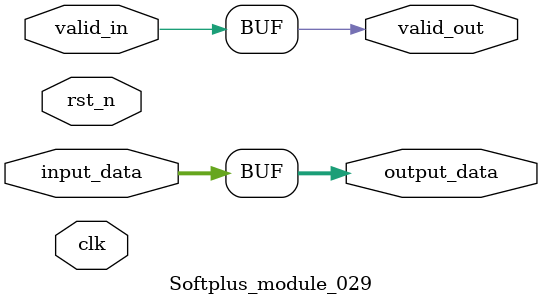
<source format=v>

module Softplus_module_029 (
    input clk,
    input rst_n,
    input valid_in,
    output valid_out,
    // Add specific ports based on operator type
    input [31:0] input_data,
    output [31:0] output_data
);

    // Module implementation would go here
    // This is a template - actual implementation depends on the operator
    
        // Generic operator implementation
    assign output_data = input_data; // Placeholder
    assign valid_out = valid_in;

endmodule

</source>
